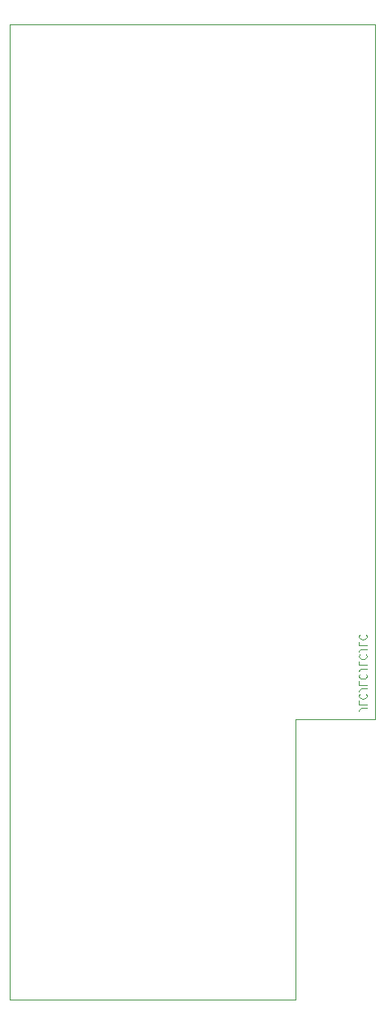
<source format=gbr>
G04 #@! TF.GenerationSoftware,KiCad,Pcbnew,(5.1.10)-1*
G04 #@! TF.CreationDate,2021-09-02T21:11:49+02:00*
G04 #@! TF.ProjectId,Buffered Multiple Main,42756666-6572-4656-9420-4d756c746970,rev?*
G04 #@! TF.SameCoordinates,Original*
G04 #@! TF.FileFunction,Legend,Bot*
G04 #@! TF.FilePolarity,Positive*
%FSLAX46Y46*%
G04 Gerber Fmt 4.6, Leading zero omitted, Abs format (unit mm)*
G04 Created by KiCad (PCBNEW (5.1.10)-1) date 2021-09-02 21:11:49*
%MOMM*%
%LPD*%
G01*
G04 APERTURE LIST*
%ADD10C,0.100000*%
G04 #@! TA.AperFunction,Profile*
%ADD11C,0.050000*%
G04 #@! TD*
G04 APERTURE END LIST*
D10*
X37268095Y-71270952D02*
X36696666Y-71270952D01*
X36582380Y-71309047D01*
X36506190Y-71385238D01*
X36468095Y-71499523D01*
X36468095Y-71575714D01*
X36468095Y-70509047D02*
X36468095Y-70890000D01*
X37268095Y-70890000D01*
X36544285Y-69785238D02*
X36506190Y-69823333D01*
X36468095Y-69937619D01*
X36468095Y-70013809D01*
X36506190Y-70128095D01*
X36582380Y-70204285D01*
X36658571Y-70242380D01*
X36810952Y-70280476D01*
X36925238Y-70280476D01*
X37077619Y-70242380D01*
X37153809Y-70204285D01*
X37230000Y-70128095D01*
X37268095Y-70013809D01*
X37268095Y-69937619D01*
X37230000Y-69823333D01*
X37191904Y-69785238D01*
X37268095Y-69213809D02*
X36696666Y-69213809D01*
X36582380Y-69251904D01*
X36506190Y-69328095D01*
X36468095Y-69442380D01*
X36468095Y-69518571D01*
X36468095Y-68451904D02*
X36468095Y-68832857D01*
X37268095Y-68832857D01*
X36544285Y-67728095D02*
X36506190Y-67766190D01*
X36468095Y-67880476D01*
X36468095Y-67956666D01*
X36506190Y-68070952D01*
X36582380Y-68147142D01*
X36658571Y-68185238D01*
X36810952Y-68223333D01*
X36925238Y-68223333D01*
X37077619Y-68185238D01*
X37153809Y-68147142D01*
X37230000Y-68070952D01*
X37268095Y-67956666D01*
X37268095Y-67880476D01*
X37230000Y-67766190D01*
X37191904Y-67728095D01*
X37268095Y-67156666D02*
X36696666Y-67156666D01*
X36582380Y-67194761D01*
X36506190Y-67270952D01*
X36468095Y-67385238D01*
X36468095Y-67461428D01*
X36468095Y-66394761D02*
X36468095Y-66775714D01*
X37268095Y-66775714D01*
X36544285Y-65670952D02*
X36506190Y-65709047D01*
X36468095Y-65823333D01*
X36468095Y-65899523D01*
X36506190Y-66013809D01*
X36582380Y-66090000D01*
X36658571Y-66128095D01*
X36810952Y-66166190D01*
X36925238Y-66166190D01*
X37077619Y-66128095D01*
X37153809Y-66090000D01*
X37230000Y-66013809D01*
X37268095Y-65899523D01*
X37268095Y-65823333D01*
X37230000Y-65709047D01*
X37191904Y-65670952D01*
X37268095Y-65099523D02*
X36696666Y-65099523D01*
X36582380Y-65137619D01*
X36506190Y-65213809D01*
X36468095Y-65328095D01*
X36468095Y-65404285D01*
X36468095Y-64337619D02*
X36468095Y-64718571D01*
X37268095Y-64718571D01*
X36544285Y-63613809D02*
X36506190Y-63651904D01*
X36468095Y-63766190D01*
X36468095Y-63842380D01*
X36506190Y-63956666D01*
X36582380Y-64032857D01*
X36658571Y-64070952D01*
X36810952Y-64109047D01*
X36925238Y-64109047D01*
X37077619Y-64070952D01*
X37153809Y-64032857D01*
X37230000Y-63956666D01*
X37268095Y-63842380D01*
X37268095Y-63766190D01*
X37230000Y-63651904D01*
X37191904Y-63613809D01*
D11*
X29845000Y-72390000D02*
X29845000Y-101600000D01*
X38100000Y-72390000D02*
X29845000Y-72390000D01*
X0Y-101600000D02*
X0Y0D01*
X29845000Y-101600000D02*
X0Y-101600000D01*
X38100000Y0D02*
X38100000Y-72390000D01*
X0Y0D02*
X38100000Y0D01*
M02*

</source>
